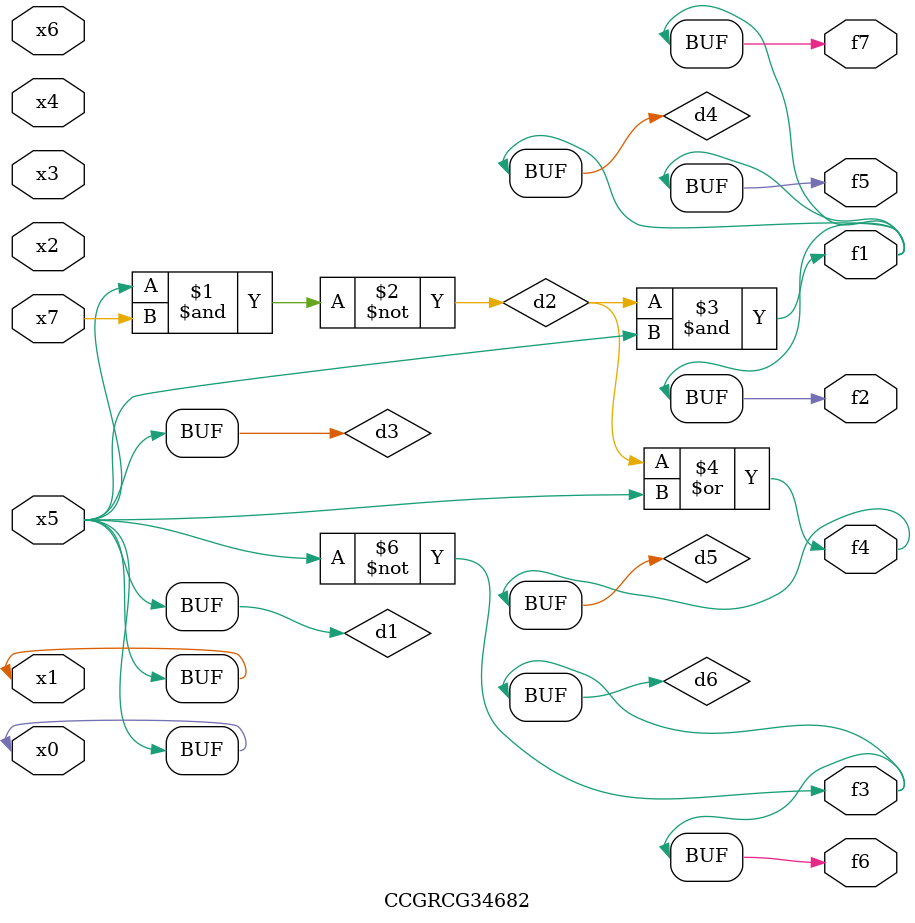
<source format=v>
module CCGRCG34682(
	input x0, x1, x2, x3, x4, x5, x6, x7,
	output f1, f2, f3, f4, f5, f6, f7
);

	wire d1, d2, d3, d4, d5, d6;

	buf (d1, x0, x5);
	nand (d2, x5, x7);
	buf (d3, x0, x1);
	and (d4, d2, d3);
	or (d5, d2, d3);
	nor (d6, d1, d3);
	assign f1 = d4;
	assign f2 = d4;
	assign f3 = d6;
	assign f4 = d5;
	assign f5 = d4;
	assign f6 = d6;
	assign f7 = d4;
endmodule

</source>
